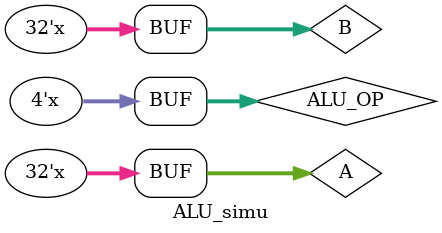
<source format=v>
`timescale 1ns / 1ps


module ALU_simu(
    );
    reg [31:0] A,B;
    reg[3:0] ALU_OP;
    wire [31:0] res_F;
    wire ZF,SF,CF,OF;
    ALU Simu(.A(A),.B(B),.ALU_OP(ALU_OP),.res_F(res_F),.ZF(ZF),.SF(SF),.CF(CF),.OF(OF));
    initial begin
        A=1;B=0;ALU_OP=0;
    end
    always #50 {ALU_OP,A,B}={ALU_OP,A,B}+1;
endmodule

</source>
